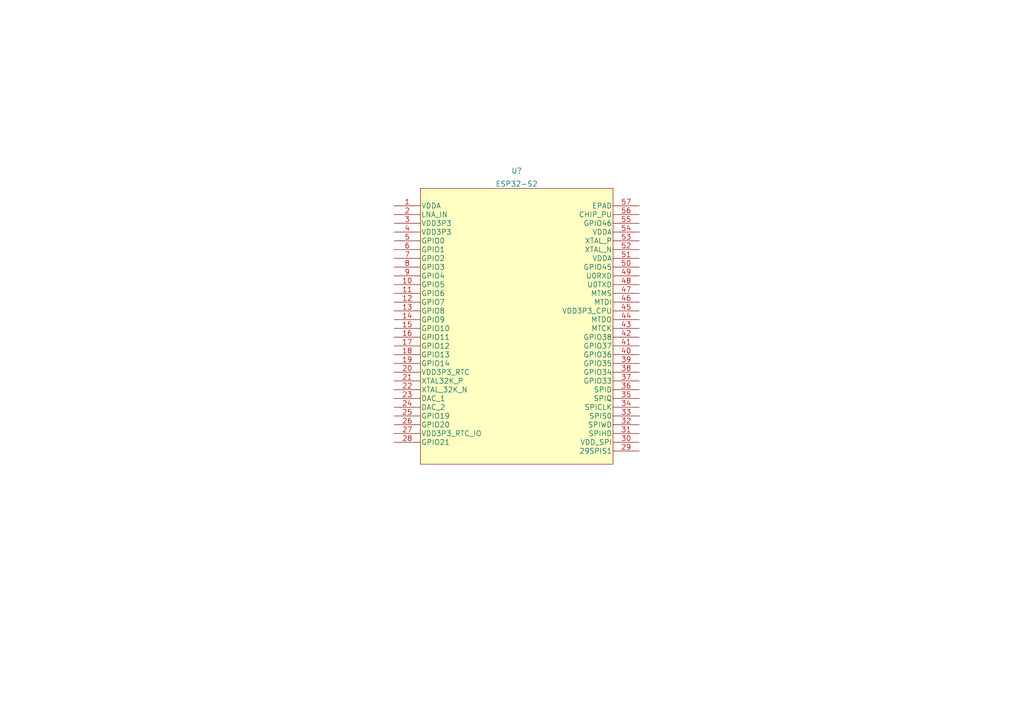
<source format=kicad_sch>
(kicad_sch (version 20211123) (generator eeschema)
  (paper "A4")
  (lib_symbols
    (symbol "AlfredoSymbols:ESP32-S2" (pin_names (offset 0.254))
      (property "Reference" "IC" (at -1.27 45.72 0))
      (property "Value" "ESP32-S2" (at -1.27 43.18 0))
      (symbol "ESP32-S2_1_1"
        (rectangle (start -29.21 40.64) (end 26.67 -39.37) (fill (type background)))
        (pin power_in line (at -36.83 35.56 0) (length 7.62) (name "VDDA") (number "1"))
        (pin bidirectional line (at -36.83 12.7 0) (length 7.62) (name "GPIO5") (number "10"))
        (pin bidirectional line (at -36.83 10.16 0) (length 7.62) (name "GPIO6") (number "11"))
        (pin bidirectional line (at -36.83 7.62 0) (length 7.62) (name "GPIO7") (number "12"))
        (pin bidirectional line (at -36.83 5.08 0) (length 7.62) (name "GPIO8") (number "13"))
        (pin bidirectional line (at -36.83 2.54 0) (length 7.62) (name "GPIO9") (number "14"))
        (pin bidirectional line (at -36.83 0 0) (length 7.62) (name "GPIO10") (number "15"))
        (pin bidirectional line (at -36.83 -2.54 0) (length 7.62) (name "GPIO11") (number "16"))
        (pin bidirectional line (at -36.83 -5.08 0) (length 7.62) (name "GPIO12") (number "17"))
        (pin bidirectional line (at -36.83 -7.62 0) (length 7.62) (name "GPIO13") (number "18"))
        (pin bidirectional line (at -36.83 -10.16 0) (length 7.62) (name "GPIO14") (number "19"))
        (pin unspecified line (at -36.83 33.02 0) (length 7.62) (name "LNA_IN") (number "2"))
        (pin power_in line (at -36.83 -12.7 0) (length 7.62) (name "VDD3P3_RTC") (number "20"))
        (pin unspecified line (at -36.83 -15.24 0) (length 7.62) (name "XTAL32K_P") (number "21"))
        (pin unspecified line (at -36.83 -17.78 0) (length 7.62) (name "XTAL_32K_N") (number "22"))
        (pin bidirectional line (at -36.83 -20.32 0) (length 7.62) (name "DAC_1") (number "23"))
        (pin bidirectional line (at -36.83 -22.86 0) (length 7.62) (name "DAC_2") (number "24"))
        (pin bidirectional line (at -36.83 -25.4 0) (length 7.62) (name "GPIO19") (number "25"))
        (pin bidirectional line (at -36.83 -27.94 0) (length 7.62) (name "GPIO20") (number "26"))
        (pin power_in line (at -36.83 -30.48 0) (length 7.62) (name "VDD3P3_RTC_IO") (number "27"))
        (pin bidirectional line (at -36.83 -33.02 0) (length 7.62) (name "GPIO21") (number "28"))
        (pin unspecified line (at 34.29 -35.56 180) (length 7.62) (name "29SPIS1") (number "29"))
        (pin power_in line (at -36.83 30.48 0) (length 7.62) (name "VDD3P3") (number "3"))
        (pin power_in line (at 34.29 -33.02 180) (length 7.62) (name "VDD_SPI") (number "30"))
        (pin unspecified line (at 34.29 -30.48 180) (length 7.62) (name "SPIHD") (number "31"))
        (pin unspecified line (at 34.29 -27.94 180) (length 7.62) (name "SPIWD") (number "32"))
        (pin unspecified line (at 34.29 -25.4 180) (length 7.62) (name "SPIS0") (number "33"))
        (pin unspecified line (at 34.29 -22.86 180) (length 7.62) (name "SPICLK") (number "34"))
        (pin unspecified line (at 34.29 -20.32 180) (length 7.62) (name "SPIQ") (number "35"))
        (pin unspecified line (at 34.29 -17.78 180) (length 7.62) (name "SPID") (number "36"))
        (pin bidirectional line (at 34.29 -15.24 180) (length 7.62) (name "GPIO33") (number "37"))
        (pin bidirectional line (at 34.29 -12.7 180) (length 7.62) (name "GPIO34") (number "38"))
        (pin bidirectional line (at 34.29 -10.16 180) (length 7.62) (name "GPIO35") (number "39"))
        (pin power_in line (at -36.83 27.94 0) (length 7.62) (name "VDD3P3") (number "4"))
        (pin bidirectional line (at 34.29 -7.62 180) (length 7.62) (name "GPIO36") (number "40"))
        (pin bidirectional line (at 34.29 -5.08 180) (length 7.62) (name "GPIO37") (number "41"))
        (pin bidirectional line (at 34.29 -2.54 180) (length 7.62) (name "GPIO38") (number "42"))
        (pin unspecified line (at 34.29 0 180) (length 7.62) (name "MTCK") (number "43"))
        (pin unspecified line (at 34.29 2.54 180) (length 7.62) (name "MTDO") (number "44"))
        (pin power_in line (at 34.29 5.08 180) (length 7.62) (name "VDD3P3_CPU") (number "45"))
        (pin unspecified line (at 34.29 7.62 180) (length 7.62) (name "MTDI") (number "46"))
        (pin unspecified line (at 34.29 10.16 180) (length 7.62) (name "MTMS") (number "47"))
        (pin bidirectional line (at 34.29 12.7 180) (length 7.62) (name "U0TXD") (number "48"))
        (pin bidirectional line (at 34.29 15.24 180) (length 7.62) (name "U0RXD") (number "49"))
        (pin bidirectional line (at -36.83 25.4 0) (length 7.62) (name "GPIO0") (number "5"))
        (pin bidirectional line (at 34.29 17.78 180) (length 7.62) (name "GPIO45") (number "50"))
        (pin power_in line (at 34.29 20.32 180) (length 7.62) (name "VDDA") (number "51"))
        (pin unspecified line (at 34.29 22.86 180) (length 7.62) (name "XTAL_N") (number "52"))
        (pin unspecified line (at 34.29 25.4 180) (length 7.62) (name "XTAL_P") (number "53"))
        (pin power_in line (at 34.29 27.94 180) (length 7.62) (name "VDDA") (number "54"))
        (pin bidirectional line (at 34.29 30.48 180) (length 7.62) (name "GPIO46") (number "55"))
        (pin unspecified line (at 34.29 33.02 180) (length 7.62) (name "CHIP_PU") (number "56"))
        (pin unspecified line (at 34.29 35.56 180) (length 7.62) (name "EPAD") (number "57"))
        (pin bidirectional line (at -36.83 22.86 0) (length 7.62) (name "GPIO1") (number "6"))
        (pin bidirectional line (at -36.83 20.32 0) (length 7.62) (name "GPIO2") (number "7"))
        (pin bidirectional line (at -36.83 17.78 0) (length 7.62) (name "GPIO3") (number "8"))
        (pin bidirectional line (at -36.83 15.24 0) (length 7.62) (name "GPIO4") (number "9"))
      )
    )
  )
  (symbol (lib_id "AlfredoSymbols:ESP32-S2") (at 151.13 95.25 0) (unit 1)
    (property "Reference" "U?" (at 149.86 49.53 0) (effects (font (size 1.524 1.524))))
    (property "Value" "ESP32-S2" (at 149.86 53.34 0) (effects (font (size 1.524 1.524))))
    (property "Footprint" "Package_DFN_QFN:QFN-56-1EP_7x7mm_P0.4mm_EP5.6x5.6mm" (effects hide))
  )
)
</source>
